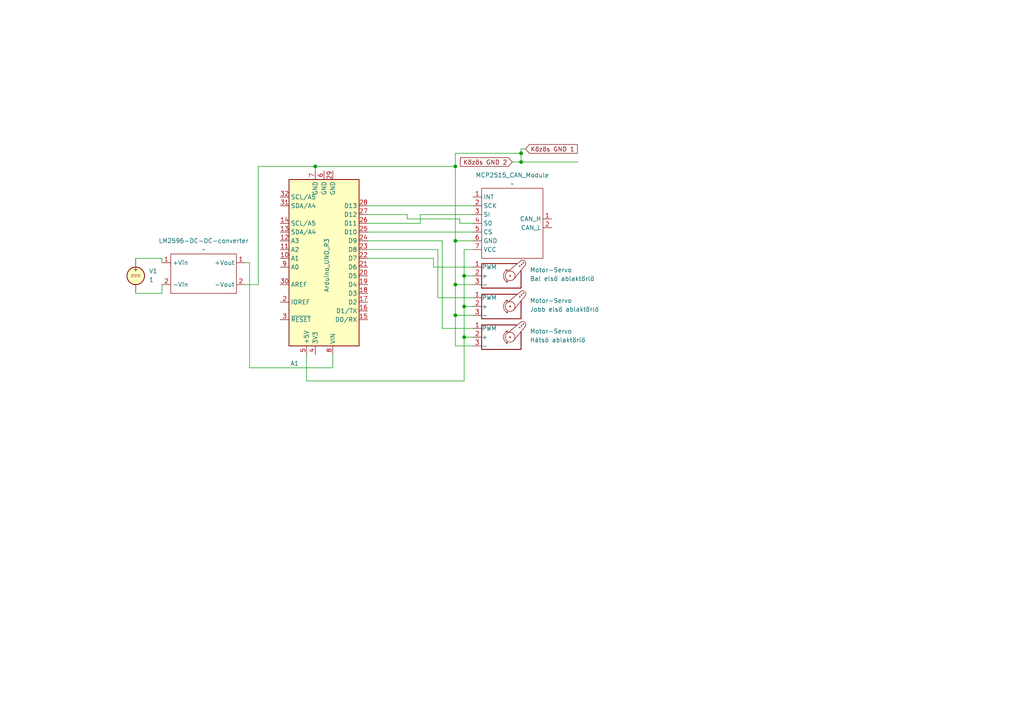
<source format=kicad_sch>
(kicad_sch
	(version 20231120)
	(generator "eeschema")
	(generator_version "8.0")
	(uuid "0e0e5851-47db-4528-9437-3099f1d6db39")
	(paper "A4")
	(lib_symbols
		(symbol "MCU_Module:Arduino_UNO_R3"
			(exclude_from_sim no)
			(in_bom yes)
			(on_board yes)
			(property "Reference" "A"
				(at -10.16 23.495 0)
				(effects
					(font
						(size 1.27 1.27)
					)
					(justify left bottom)
				)
			)
			(property "Value" "Arduino_UNO_R3"
				(at 5.08 -26.67 0)
				(effects
					(font
						(size 1.27 1.27)
					)
					(justify left top)
				)
			)
			(property "Footprint" "Module:Arduino_UNO_R3"
				(at 0 0 0)
				(effects
					(font
						(size 1.27 1.27)
						(italic yes)
					)
					(hide yes)
				)
			)
			(property "Datasheet" "https://www.arduino.cc/en/Main/arduinoBoardUno"
				(at 0 0 0)
				(effects
					(font
						(size 1.27 1.27)
					)
					(hide yes)
				)
			)
			(property "Description" "Arduino UNO Microcontroller Module, release 3"
				(at 0 0 0)
				(effects
					(font
						(size 1.27 1.27)
					)
					(hide yes)
				)
			)
			(property "ki_keywords" "Arduino UNO R3 Microcontroller Module Atmel AVR USB"
				(at 0 0 0)
				(effects
					(font
						(size 1.27 1.27)
					)
					(hide yes)
				)
			)
			(property "ki_fp_filters" "Arduino*UNO*R3*"
				(at 0 0 0)
				(effects
					(font
						(size 1.27 1.27)
					)
					(hide yes)
				)
			)
			(symbol "Arduino_UNO_R3_0_1"
				(rectangle
					(start -10.16 22.86)
					(end 10.16 -25.4)
					(stroke
						(width 0.254)
						(type default)
					)
					(fill
						(type background)
					)
				)
			)
			(symbol "Arduino_UNO_R3_1_1"
				(pin no_connect line
					(at -10.16 -20.32 0)
					(length 2.54) hide
					(name "NC"
						(effects
							(font
								(size 1.27 1.27)
							)
						)
					)
					(number "1"
						(effects
							(font
								(size 1.27 1.27)
							)
						)
					)
				)
				(pin bidirectional line
					(at 12.7 -2.54 180)
					(length 2.54)
					(name "A1"
						(effects
							(font
								(size 1.27 1.27)
							)
						)
					)
					(number "10"
						(effects
							(font
								(size 1.27 1.27)
							)
						)
					)
				)
				(pin bidirectional line
					(at 12.7 -5.08 180)
					(length 2.54)
					(name "A2"
						(effects
							(font
								(size 1.27 1.27)
							)
						)
					)
					(number "11"
						(effects
							(font
								(size 1.27 1.27)
							)
						)
					)
				)
				(pin bidirectional line
					(at 12.7 -7.62 180)
					(length 2.54)
					(name "A3"
						(effects
							(font
								(size 1.27 1.27)
							)
						)
					)
					(number "12"
						(effects
							(font
								(size 1.27 1.27)
							)
						)
					)
				)
				(pin bidirectional line
					(at 12.7 -10.16 180)
					(length 2.54)
					(name "SDA/A4"
						(effects
							(font
								(size 1.27 1.27)
							)
						)
					)
					(number "13"
						(effects
							(font
								(size 1.27 1.27)
							)
						)
					)
				)
				(pin bidirectional line
					(at 12.7 -12.7 180)
					(length 2.54)
					(name "SCL/A5"
						(effects
							(font
								(size 1.27 1.27)
							)
						)
					)
					(number "14"
						(effects
							(font
								(size 1.27 1.27)
							)
						)
					)
				)
				(pin bidirectional line
					(at -12.7 15.24 0)
					(length 2.54)
					(name "D0/RX"
						(effects
							(font
								(size 1.27 1.27)
							)
						)
					)
					(number "15"
						(effects
							(font
								(size 1.27 1.27)
							)
						)
					)
				)
				(pin bidirectional line
					(at -12.7 12.7 0)
					(length 2.54)
					(name "D1/TX"
						(effects
							(font
								(size 1.27 1.27)
							)
						)
					)
					(number "16"
						(effects
							(font
								(size 1.27 1.27)
							)
						)
					)
				)
				(pin bidirectional line
					(at -12.7 10.16 0)
					(length 2.54)
					(name "D2"
						(effects
							(font
								(size 1.27 1.27)
							)
						)
					)
					(number "17"
						(effects
							(font
								(size 1.27 1.27)
							)
						)
					)
				)
				(pin bidirectional line
					(at -12.7 7.62 0)
					(length 2.54)
					(name "D3"
						(effects
							(font
								(size 1.27 1.27)
							)
						)
					)
					(number "18"
						(effects
							(font
								(size 1.27 1.27)
							)
						)
					)
				)
				(pin bidirectional line
					(at -12.7 5.08 0)
					(length 2.54)
					(name "D4"
						(effects
							(font
								(size 1.27 1.27)
							)
						)
					)
					(number "19"
						(effects
							(font
								(size 1.27 1.27)
							)
						)
					)
				)
				(pin output line
					(at 12.7 10.16 180)
					(length 2.54)
					(name "IOREF"
						(effects
							(font
								(size 1.27 1.27)
							)
						)
					)
					(number "2"
						(effects
							(font
								(size 1.27 1.27)
							)
						)
					)
				)
				(pin bidirectional line
					(at -12.7 2.54 0)
					(length 2.54)
					(name "D5"
						(effects
							(font
								(size 1.27 1.27)
							)
						)
					)
					(number "20"
						(effects
							(font
								(size 1.27 1.27)
							)
						)
					)
				)
				(pin bidirectional line
					(at -12.7 0 0)
					(length 2.54)
					(name "D6"
						(effects
							(font
								(size 1.27 1.27)
							)
						)
					)
					(number "21"
						(effects
							(font
								(size 1.27 1.27)
							)
						)
					)
				)
				(pin bidirectional line
					(at -12.7 -2.54 0)
					(length 2.54)
					(name "D7"
						(effects
							(font
								(size 1.27 1.27)
							)
						)
					)
					(number "22"
						(effects
							(font
								(size 1.27 1.27)
							)
						)
					)
				)
				(pin bidirectional line
					(at -12.7 -5.08 0)
					(length 2.54)
					(name "D8"
						(effects
							(font
								(size 1.27 1.27)
							)
						)
					)
					(number "23"
						(effects
							(font
								(size 1.27 1.27)
							)
						)
					)
				)
				(pin bidirectional line
					(at -12.7 -7.62 0)
					(length 2.54)
					(name "D9"
						(effects
							(font
								(size 1.27 1.27)
							)
						)
					)
					(number "24"
						(effects
							(font
								(size 1.27 1.27)
							)
						)
					)
				)
				(pin bidirectional line
					(at -12.7 -10.16 0)
					(length 2.54)
					(name "D10"
						(effects
							(font
								(size 1.27 1.27)
							)
						)
					)
					(number "25"
						(effects
							(font
								(size 1.27 1.27)
							)
						)
					)
				)
				(pin bidirectional line
					(at -12.7 -12.7 0)
					(length 2.54)
					(name "D11"
						(effects
							(font
								(size 1.27 1.27)
							)
						)
					)
					(number "26"
						(effects
							(font
								(size 1.27 1.27)
							)
						)
					)
				)
				(pin bidirectional line
					(at -12.7 -15.24 0)
					(length 2.54)
					(name "D12"
						(effects
							(font
								(size 1.27 1.27)
							)
						)
					)
					(number "27"
						(effects
							(font
								(size 1.27 1.27)
							)
						)
					)
				)
				(pin bidirectional line
					(at -12.7 -17.78 0)
					(length 2.54)
					(name "D13"
						(effects
							(font
								(size 1.27 1.27)
							)
						)
					)
					(number "28"
						(effects
							(font
								(size 1.27 1.27)
							)
						)
					)
				)
				(pin power_in line
					(at -2.54 -27.94 90)
					(length 2.54)
					(name "GND"
						(effects
							(font
								(size 1.27 1.27)
							)
						)
					)
					(number "29"
						(effects
							(font
								(size 1.27 1.27)
							)
						)
					)
				)
				(pin input line
					(at 12.7 15.24 180)
					(length 2.54)
					(name "~{RESET}"
						(effects
							(font
								(size 1.27 1.27)
							)
						)
					)
					(number "3"
						(effects
							(font
								(size 1.27 1.27)
							)
						)
					)
				)
				(pin input line
					(at 12.7 5.08 180)
					(length 2.54)
					(name "AREF"
						(effects
							(font
								(size 1.27 1.27)
							)
						)
					)
					(number "30"
						(effects
							(font
								(size 1.27 1.27)
							)
						)
					)
				)
				(pin bidirectional line
					(at 12.7 -17.78 180)
					(length 2.54)
					(name "SDA/A4"
						(effects
							(font
								(size 1.27 1.27)
							)
						)
					)
					(number "31"
						(effects
							(font
								(size 1.27 1.27)
							)
						)
					)
				)
				(pin bidirectional line
					(at 12.7 -20.32 180)
					(length 2.54)
					(name "SCL/A5"
						(effects
							(font
								(size 1.27 1.27)
							)
						)
					)
					(number "32"
						(effects
							(font
								(size 1.27 1.27)
							)
						)
					)
				)
				(pin power_out line
					(at 2.54 25.4 270)
					(length 2.54)
					(name "3V3"
						(effects
							(font
								(size 1.27 1.27)
							)
						)
					)
					(number "4"
						(effects
							(font
								(size 1.27 1.27)
							)
						)
					)
				)
				(pin power_out line
					(at 5.08 25.4 270)
					(length 2.54)
					(name "+5V"
						(effects
							(font
								(size 1.27 1.27)
							)
						)
					)
					(number "5"
						(effects
							(font
								(size 1.27 1.27)
							)
						)
					)
				)
				(pin power_in line
					(at 0 -27.94 90)
					(length 2.54)
					(name "GND"
						(effects
							(font
								(size 1.27 1.27)
							)
						)
					)
					(number "6"
						(effects
							(font
								(size 1.27 1.27)
							)
						)
					)
				)
				(pin power_in line
					(at 2.54 -27.94 90)
					(length 2.54)
					(name "GND"
						(effects
							(font
								(size 1.27 1.27)
							)
						)
					)
					(number "7"
						(effects
							(font
								(size 1.27 1.27)
							)
						)
					)
				)
				(pin power_in line
					(at -2.54 25.4 270)
					(length 2.54)
					(name "VIN"
						(effects
							(font
								(size 1.27 1.27)
							)
						)
					)
					(number "8"
						(effects
							(font
								(size 1.27 1.27)
							)
						)
					)
				)
				(pin bidirectional line
					(at 12.7 0 180)
					(length 2.54)
					(name "A0"
						(effects
							(font
								(size 1.27 1.27)
							)
						)
					)
					(number "9"
						(effects
							(font
								(size 1.27 1.27)
							)
						)
					)
				)
			)
		)
		(symbol "Motor:Motor_Servo"
			(pin_names
				(offset 0.0254)
			)
			(exclude_from_sim no)
			(in_bom yes)
			(on_board yes)
			(property "Reference" "M"
				(at -5.08 4.445 0)
				(effects
					(font
						(size 1.27 1.27)
					)
					(justify left)
				)
			)
			(property "Value" "Motor_Servo"
				(at -5.08 -4.064 0)
				(effects
					(font
						(size 1.27 1.27)
					)
					(justify left top)
				)
			)
			(property "Footprint" ""
				(at 0 -4.826 0)
				(effects
					(font
						(size 1.27 1.27)
					)
					(hide yes)
				)
			)
			(property "Datasheet" "http://forums.parallax.com/uploads/attachments/46831/74481.png"
				(at 0 -4.826 0)
				(effects
					(font
						(size 1.27 1.27)
					)
					(hide yes)
				)
			)
			(property "Description" "Servo Motor (Futaba, HiTec, JR connector)"
				(at 0 0 0)
				(effects
					(font
						(size 1.27 1.27)
					)
					(hide yes)
				)
			)
			(property "ki_keywords" "Servo Motor"
				(at 0 0 0)
				(effects
					(font
						(size 1.27 1.27)
					)
					(hide yes)
				)
			)
			(property "ki_fp_filters" "PinHeader*P2.54mm*"
				(at 0 0 0)
				(effects
					(font
						(size 1.27 1.27)
					)
					(hide yes)
				)
			)
			(symbol "Motor_Servo_0_1"
				(polyline
					(pts
						(xy 2.413 -1.778) (xy 2.032 -1.778)
					)
					(stroke
						(width 0)
						(type default)
					)
					(fill
						(type none)
					)
				)
				(polyline
					(pts
						(xy 2.413 -1.778) (xy 2.286 -1.397)
					)
					(stroke
						(width 0)
						(type default)
					)
					(fill
						(type none)
					)
				)
				(polyline
					(pts
						(xy 2.413 1.778) (xy 1.905 1.778)
					)
					(stroke
						(width 0)
						(type default)
					)
					(fill
						(type none)
					)
				)
				(polyline
					(pts
						(xy 2.413 1.778) (xy 2.286 1.397)
					)
					(stroke
						(width 0)
						(type default)
					)
					(fill
						(type none)
					)
				)
				(polyline
					(pts
						(xy 6.35 4.445) (xy 2.54 1.27)
					)
					(stroke
						(width 0)
						(type default)
					)
					(fill
						(type none)
					)
				)
				(polyline
					(pts
						(xy 7.62 3.175) (xy 4.191 -1.016)
					)
					(stroke
						(width 0)
						(type default)
					)
					(fill
						(type none)
					)
				)
				(polyline
					(pts
						(xy 5.08 3.556) (xy -5.08 3.556) (xy -5.08 -3.556) (xy 6.35 -3.556) (xy 6.35 1.524)
					)
					(stroke
						(width 0.254)
						(type default)
					)
					(fill
						(type none)
					)
				)
				(arc
					(start 2.413 1.778)
					(mid 1.2406 0)
					(end 2.413 -1.778)
					(stroke
						(width 0)
						(type default)
					)
					(fill
						(type none)
					)
				)
				(circle
					(center 3.175 0)
					(radius 0.1778)
					(stroke
						(width 0)
						(type default)
					)
					(fill
						(type none)
					)
				)
				(circle
					(center 3.175 0)
					(radius 1.4224)
					(stroke
						(width 0)
						(type default)
					)
					(fill
						(type none)
					)
				)
				(circle
					(center 5.969 2.794)
					(radius 0.127)
					(stroke
						(width 0)
						(type default)
					)
					(fill
						(type none)
					)
				)
				(circle
					(center 6.477 3.302)
					(radius 0.127)
					(stroke
						(width 0)
						(type default)
					)
					(fill
						(type none)
					)
				)
				(circle
					(center 6.985 3.81)
					(radius 0.127)
					(stroke
						(width 0)
						(type default)
					)
					(fill
						(type none)
					)
				)
				(arc
					(start 7.62 3.175)
					(mid 7.4485 4.2735)
					(end 6.35 4.445)
					(stroke
						(width 0)
						(type default)
					)
					(fill
						(type none)
					)
				)
			)
			(symbol "Motor_Servo_1_1"
				(pin passive line
					(at -7.62 2.54 0)
					(length 2.54)
					(name "PWM"
						(effects
							(font
								(size 1.27 1.27)
							)
						)
					)
					(number "1"
						(effects
							(font
								(size 1.27 1.27)
							)
						)
					)
				)
				(pin passive line
					(at -7.62 0 0)
					(length 2.54)
					(name "+"
						(effects
							(font
								(size 1.27 1.27)
							)
						)
					)
					(number "2"
						(effects
							(font
								(size 1.27 1.27)
							)
						)
					)
				)
				(pin passive line
					(at -7.62 -2.54 0)
					(length 2.54)
					(name "-"
						(effects
							(font
								(size 1.27 1.27)
							)
						)
					)
					(number "3"
						(effects
							(font
								(size 1.27 1.27)
							)
						)
					)
				)
			)
		)
		(symbol "Simulation_SPICE:VDC"
			(pin_numbers hide)
			(pin_names
				(offset 0.0254)
			)
			(exclude_from_sim no)
			(in_bom yes)
			(on_board yes)
			(property "Reference" "V"
				(at 2.54 2.54 0)
				(effects
					(font
						(size 1.27 1.27)
					)
					(justify left)
				)
			)
			(property "Value" "1"
				(at 2.54 0 0)
				(effects
					(font
						(size 1.27 1.27)
					)
					(justify left)
				)
			)
			(property "Footprint" ""
				(at 0 0 0)
				(effects
					(font
						(size 1.27 1.27)
					)
					(hide yes)
				)
			)
			(property "Datasheet" "https://ngspice.sourceforge.io/docs/ngspice-html-manual/manual.xhtml#sec_Independent_Sources_for"
				(at 0 0 0)
				(effects
					(font
						(size 1.27 1.27)
					)
					(hide yes)
				)
			)
			(property "Description" "Voltage source, DC"
				(at 0 0 0)
				(effects
					(font
						(size 1.27 1.27)
					)
					(hide yes)
				)
			)
			(property "Sim.Pins" "1=+ 2=-"
				(at 0 0 0)
				(effects
					(font
						(size 1.27 1.27)
					)
					(hide yes)
				)
			)
			(property "Sim.Type" "DC"
				(at 0 0 0)
				(effects
					(font
						(size 1.27 1.27)
					)
					(hide yes)
				)
			)
			(property "Sim.Device" "V"
				(at 0 0 0)
				(effects
					(font
						(size 1.27 1.27)
					)
					(justify left)
					(hide yes)
				)
			)
			(property "ki_keywords" "simulation"
				(at 0 0 0)
				(effects
					(font
						(size 1.27 1.27)
					)
					(hide yes)
				)
			)
			(symbol "VDC_0_0"
				(polyline
					(pts
						(xy -1.27 0.254) (xy 1.27 0.254)
					)
					(stroke
						(width 0)
						(type default)
					)
					(fill
						(type none)
					)
				)
				(polyline
					(pts
						(xy -0.762 -0.254) (xy -1.27 -0.254)
					)
					(stroke
						(width 0)
						(type default)
					)
					(fill
						(type none)
					)
				)
				(polyline
					(pts
						(xy 0.254 -0.254) (xy -0.254 -0.254)
					)
					(stroke
						(width 0)
						(type default)
					)
					(fill
						(type none)
					)
				)
				(polyline
					(pts
						(xy 1.27 -0.254) (xy 0.762 -0.254)
					)
					(stroke
						(width 0)
						(type default)
					)
					(fill
						(type none)
					)
				)
				(text "+"
					(at 0 1.905 0)
					(effects
						(font
							(size 1.27 1.27)
						)
					)
				)
			)
			(symbol "VDC_0_1"
				(circle
					(center 0 0)
					(radius 2.54)
					(stroke
						(width 0.254)
						(type default)
					)
					(fill
						(type background)
					)
				)
			)
			(symbol "VDC_1_1"
				(pin passive line
					(at 0 5.08 270)
					(length 2.54)
					(name "~"
						(effects
							(font
								(size 1.27 1.27)
							)
						)
					)
					(number "1"
						(effects
							(font
								(size 1.27 1.27)
							)
						)
					)
				)
				(pin passive line
					(at 0 -5.08 90)
					(length 2.54)
					(name "~"
						(effects
							(font
								(size 1.27 1.27)
							)
						)
					)
					(number "2"
						(effects
							(font
								(size 1.27 1.27)
							)
						)
					)
				)
			)
		)
		(symbol "mcp2515CANController:LM2596S"
			(exclude_from_sim no)
			(in_bom yes)
			(on_board yes)
			(property "Reference" "U"
				(at 0 0 0)
				(effects
					(font
						(size 1.27 1.27)
					)
				)
			)
			(property "Value" ""
				(at 0 0 0)
				(effects
					(font
						(size 1.27 1.27)
					)
				)
			)
			(property "Footprint" ""
				(at 0 0 0)
				(effects
					(font
						(size 1.27 1.27)
					)
					(hide yes)
				)
			)
			(property "Datasheet" ""
				(at 0 0 0)
				(effects
					(font
						(size 1.27 1.27)
					)
					(hide yes)
				)
			)
			(property "Description" ""
				(at 0 0 0)
				(effects
					(font
						(size 1.27 1.27)
					)
					(hide yes)
				)
			)
			(symbol "LM2596S_0_1"
				(rectangle
					(start 0 0)
					(end 19.05 -11.43)
					(stroke
						(width 0)
						(type default)
					)
					(fill
						(type none)
					)
				)
			)
			(symbol "LM2596S_1_1"
				(pin power_in line
					(at -2.54 -2.54 0)
					(length 2.54)
					(name "+Vin"
						(effects
							(font
								(size 1.27 1.27)
							)
						)
					)
					(number "1"
						(effects
							(font
								(size 1.27 1.27)
							)
						)
					)
				)
				(pin power_out line
					(at 21.59 -2.54 180)
					(length 2.54)
					(name "+Vout"
						(effects
							(font
								(size 1.27 1.27)
							)
						)
					)
					(number "1"
						(effects
							(font
								(size 1.27 1.27)
							)
						)
					)
				)
				(pin input line
					(at -2.54 -8.89 0)
					(length 2.54)
					(name "-Vin"
						(effects
							(font
								(size 1.27 1.27)
							)
						)
					)
					(number "2"
						(effects
							(font
								(size 1.27 1.27)
							)
						)
					)
				)
				(pin output line
					(at 21.59 -8.89 180)
					(length 2.54)
					(name "-Vout"
						(effects
							(font
								(size 1.27 1.27)
							)
						)
					)
					(number "2"
						(effects
							(font
								(size 1.27 1.27)
							)
						)
					)
				)
			)
		)
		(symbol "mcp2515CANController:MCP2515_CAN_Controller_Module"
			(exclude_from_sim no)
			(in_bom yes)
			(on_board yes)
			(property "Reference" "U"
				(at 0 0 0)
				(effects
					(font
						(size 1.27 1.27)
					)
				)
			)
			(property "Value" ""
				(at 0 0 0)
				(effects
					(font
						(size 1.27 1.27)
					)
				)
			)
			(property "Footprint" ""
				(at 0 0 0)
				(effects
					(font
						(size 1.27 1.27)
					)
					(hide yes)
				)
			)
			(property "Datasheet" ""
				(at 0 0 0)
				(effects
					(font
						(size 1.27 1.27)
					)
					(hide yes)
				)
			)
			(property "Description" ""
				(at 0 0 0)
				(effects
					(font
						(size 1.27 1.27)
					)
					(hide yes)
				)
			)
			(symbol "MCP2515_CAN_Controller_Module_0_1"
				(rectangle
					(start 0 -3.81)
					(end 17.78 -24.13)
					(stroke
						(width 0)
						(type default)
					)
					(fill
						(type none)
					)
				)
			)
			(symbol "MCP2515_CAN_Controller_Module_1_1"
				(pin bidirectional line
					(at 20.32 -12.7 180)
					(length 2.54)
					(name "CAN_H"
						(effects
							(font
								(size 1.27 1.27)
							)
						)
					)
					(number "1"
						(effects
							(font
								(size 1.27 1.27)
							)
						)
					)
				)
				(pin output line
					(at -2.54 -6.35 0)
					(length 2.54)
					(name "INT"
						(effects
							(font
								(size 1.27 1.27)
							)
						)
					)
					(number "1"
						(effects
							(font
								(size 1.27 1.27)
							)
						)
					)
				)
				(pin bidirectional line
					(at 20.32 -15.24 180)
					(length 2.54)
					(name "CAN_L"
						(effects
							(font
								(size 1.27 1.27)
							)
						)
					)
					(number "2"
						(effects
							(font
								(size 1.27 1.27)
							)
						)
					)
				)
				(pin input line
					(at -2.54 -8.89 0)
					(length 2.54)
					(name "SCK"
						(effects
							(font
								(size 1.27 1.27)
							)
						)
					)
					(number "2"
						(effects
							(font
								(size 1.27 1.27)
							)
						)
					)
				)
				(pin input line
					(at -2.54 -11.43 0)
					(length 2.54)
					(name "SI"
						(effects
							(font
								(size 1.27 1.27)
							)
						)
					)
					(number "3"
						(effects
							(font
								(size 1.27 1.27)
							)
						)
					)
				)
				(pin output line
					(at -2.54 -13.97 0)
					(length 2.54)
					(name "S0"
						(effects
							(font
								(size 1.27 1.27)
							)
						)
					)
					(number "4"
						(effects
							(font
								(size 1.27 1.27)
							)
						)
					)
				)
				(pin input line
					(at -2.54 -16.51 0)
					(length 2.54)
					(name "CS"
						(effects
							(font
								(size 1.27 1.27)
							)
						)
					)
					(number "5"
						(effects
							(font
								(size 1.27 1.27)
							)
						)
					)
				)
				(pin input line
					(at -2.54 -19.05 0)
					(length 2.54)
					(name "GND"
						(effects
							(font
								(size 1.27 1.27)
							)
						)
					)
					(number "6"
						(effects
							(font
								(size 1.27 1.27)
							)
						)
					)
				)
				(pin power_in line
					(at -2.54 -21.59 0)
					(length 2.54)
					(name "VCC"
						(effects
							(font
								(size 1.27 1.27)
							)
						)
					)
					(number "7"
						(effects
							(font
								(size 1.27 1.27)
							)
						)
					)
				)
			)
		)
	)
	(junction
		(at 151.13 46.99)
		(diameter 0)
		(color 0 0 0 0)
		(uuid "172e9e4f-1388-4810-adc9-72f658f975bb")
	)
	(junction
		(at 134.62 80.01)
		(diameter 0)
		(color 0 0 0 0)
		(uuid "290ac4b9-4e86-4403-83d4-fdf5af080410")
	)
	(junction
		(at 91.44 48.26)
		(diameter 0)
		(color 0 0 0 0)
		(uuid "58dd6a52-dc41-4407-85f1-d0b5912ba6a9")
	)
	(junction
		(at 132.08 91.44)
		(diameter 0)
		(color 0 0 0 0)
		(uuid "599d91eb-ca75-4b7e-a35a-0c06bf479b95")
	)
	(junction
		(at 132.08 69.85)
		(diameter 0)
		(color 0 0 0 0)
		(uuid "85cfd3d7-1269-4bbd-9821-0cf6b78569e8")
	)
	(junction
		(at 132.08 48.26)
		(diameter 0)
		(color 0 0 0 0)
		(uuid "ad4990c2-db7e-4e75-aaf5-626c7a02478d")
	)
	(junction
		(at 134.62 97.79)
		(diameter 0)
		(color 0 0 0 0)
		(uuid "c3430772-6658-4046-8389-36c5396d68fd")
	)
	(junction
		(at 132.08 82.55)
		(diameter 0)
		(color 0 0 0 0)
		(uuid "d66f75e8-427b-45fd-a08e-63f1001cdf10")
	)
	(junction
		(at 134.62 88.9)
		(diameter 0)
		(color 0 0 0 0)
		(uuid "d89e0fca-5d10-4913-a96c-467f7acafe87")
	)
	(junction
		(at 151.13 44.45)
		(diameter 0)
		(color 0 0 0 0)
		(uuid "f8f25b43-bc8c-4667-87e8-276097b62928")
	)
	(wire
		(pts
			(xy 106.68 62.23) (xy 118.11 62.23)
		)
		(stroke
			(width 0)
			(type default)
		)
		(uuid "00d9941f-e3d4-4a9f-8f78-00e2d39f07b0")
	)
	(wire
		(pts
			(xy 133.35 64.77) (xy 137.16 64.77)
		)
		(stroke
			(width 0)
			(type default)
		)
		(uuid "0efb0a76-2464-4afa-b5b4-26506be36ebd")
	)
	(wire
		(pts
			(xy 151.13 43.18) (xy 151.13 44.45)
		)
		(stroke
			(width 0)
			(type default)
		)
		(uuid "114496b0-498e-412d-a3d2-6151d3ae9906")
	)
	(wire
		(pts
			(xy 132.08 44.45) (xy 151.13 44.45)
		)
		(stroke
			(width 0)
			(type default)
		)
		(uuid "21add74a-37b1-4b34-b485-d8f0bae9915f")
	)
	(wire
		(pts
			(xy 151.13 46.99) (xy 167.64 46.99)
		)
		(stroke
			(width 0)
			(type default)
		)
		(uuid "263744a9-45bb-47c0-bf70-9fd482446546")
	)
	(wire
		(pts
			(xy 118.11 62.23) (xy 118.11 63.5)
		)
		(stroke
			(width 0)
			(type default)
		)
		(uuid "26a98878-8cd9-40da-a52f-9fe17e141d66")
	)
	(wire
		(pts
			(xy 133.35 64.77) (xy 133.35 63.5)
		)
		(stroke
			(width 0)
			(type default)
		)
		(uuid "2709b15a-e2e3-4cfc-aa51-499c5efca046")
	)
	(wire
		(pts
			(xy 74.93 82.55) (xy 74.93 48.26)
		)
		(stroke
			(width 0)
			(type default)
		)
		(uuid "27568f87-d9ab-46c6-8f5a-32d96564168d")
	)
	(wire
		(pts
			(xy 72.39 76.2) (xy 72.39 106.68)
		)
		(stroke
			(width 0)
			(type default)
		)
		(uuid "29a3b705-0d2a-45b6-8b35-b3dbf76f6fd2")
	)
	(wire
		(pts
			(xy 125.73 77.47) (xy 125.73 74.93)
		)
		(stroke
			(width 0)
			(type default)
		)
		(uuid "2e942f23-651d-447e-bf12-8ebf101335fd")
	)
	(wire
		(pts
			(xy 121.92 64.77) (xy 106.68 64.77)
		)
		(stroke
			(width 0)
			(type default)
		)
		(uuid "3ee7c264-3516-4a52-81c7-23c60350219f")
	)
	(wire
		(pts
			(xy 134.62 97.79) (xy 134.62 88.9)
		)
		(stroke
			(width 0)
			(type default)
		)
		(uuid "4467139d-d644-42a1-a1b2-a83b584d3e4c")
	)
	(wire
		(pts
			(xy 128.27 69.85) (xy 106.68 69.85)
		)
		(stroke
			(width 0)
			(type default)
		)
		(uuid "44d58bd6-ea3a-4535-840f-e653104c85e6")
	)
	(wire
		(pts
			(xy 137.16 77.47) (xy 125.73 77.47)
		)
		(stroke
			(width 0)
			(type default)
		)
		(uuid "473ff266-d025-475b-8e2f-a13f41134b52")
	)
	(wire
		(pts
			(xy 88.9 102.87) (xy 88.9 110.49)
		)
		(stroke
			(width 0)
			(type default)
		)
		(uuid "47e2386f-a313-45c3-9fea-643857c23865")
	)
	(wire
		(pts
			(xy 91.44 48.26) (xy 132.08 48.26)
		)
		(stroke
			(width 0)
			(type default)
		)
		(uuid "4ae4c871-041d-43e0-bad8-2cdc824b8b9c")
	)
	(wire
		(pts
			(xy 39.37 74.93) (xy 46.99 74.93)
		)
		(stroke
			(width 0)
			(type default)
		)
		(uuid "4c3780b7-e6b7-442d-a2db-818eff2a2306")
	)
	(wire
		(pts
			(xy 134.62 88.9) (xy 134.62 80.01)
		)
		(stroke
			(width 0)
			(type default)
		)
		(uuid "58efd3ac-c1dc-4460-a940-b61122919ffa")
	)
	(wire
		(pts
			(xy 132.08 91.44) (xy 137.16 91.44)
		)
		(stroke
			(width 0)
			(type default)
		)
		(uuid "5fe3e5d6-70a5-4922-a8a7-87b98ce9a08b")
	)
	(wire
		(pts
			(xy 134.62 88.9) (xy 137.16 88.9)
		)
		(stroke
			(width 0)
			(type default)
		)
		(uuid "637c38db-347c-48f6-b0af-41067e619f7f")
	)
	(wire
		(pts
			(xy 134.62 110.49) (xy 134.62 97.79)
		)
		(stroke
			(width 0)
			(type default)
		)
		(uuid "67a7d04b-1314-4405-92f2-6ee3861bd905")
	)
	(wire
		(pts
			(xy 134.62 97.79) (xy 137.16 97.79)
		)
		(stroke
			(width 0)
			(type default)
		)
		(uuid "6d2db9e8-c112-4482-ab30-90edcd32cf2a")
	)
	(wire
		(pts
			(xy 148.59 46.99) (xy 151.13 46.99)
		)
		(stroke
			(width 0)
			(type default)
		)
		(uuid "6e474880-5513-4446-b9ea-be899e6b5b01")
	)
	(wire
		(pts
			(xy 137.16 69.85) (xy 132.08 69.85)
		)
		(stroke
			(width 0)
			(type default)
		)
		(uuid "717d605b-19b6-4e37-bfa4-4e6ec818340c")
	)
	(wire
		(pts
			(xy 127 86.36) (xy 127 72.39)
		)
		(stroke
			(width 0)
			(type default)
		)
		(uuid "7a1c5ee4-8e08-498c-89cb-04f9205b667f")
	)
	(wire
		(pts
			(xy 132.08 82.55) (xy 137.16 82.55)
		)
		(stroke
			(width 0)
			(type default)
		)
		(uuid "7bd64af6-b63a-4087-ad03-ee80f33e2473")
	)
	(wire
		(pts
			(xy 151.13 43.18) (xy 152.4 43.18)
		)
		(stroke
			(width 0)
			(type default)
		)
		(uuid "7e7fbac1-66cd-4991-bf62-0c76e2618729")
	)
	(wire
		(pts
			(xy 39.37 85.09) (xy 46.99 85.09)
		)
		(stroke
			(width 0)
			(type default)
		)
		(uuid "826a7d77-d445-4f29-a6ea-faa4b999f9e7")
	)
	(wire
		(pts
			(xy 74.93 48.26) (xy 91.44 48.26)
		)
		(stroke
			(width 0)
			(type default)
		)
		(uuid "87ebc65d-0eb8-4223-98bc-11a1c4a35ee2")
	)
	(wire
		(pts
			(xy 134.62 80.01) (xy 137.16 80.01)
		)
		(stroke
			(width 0)
			(type default)
		)
		(uuid "8a27211f-eba5-4478-88b2-705655293269")
	)
	(wire
		(pts
			(xy 132.08 82.55) (xy 132.08 91.44)
		)
		(stroke
			(width 0)
			(type default)
		)
		(uuid "8bc0c838-ee79-45e7-96fb-554950d7f10e")
	)
	(wire
		(pts
			(xy 72.39 106.68) (xy 96.52 106.68)
		)
		(stroke
			(width 0)
			(type default)
		)
		(uuid "8df228e9-2c00-4d43-8d70-4267a29558b0")
	)
	(wire
		(pts
			(xy 71.12 82.55) (xy 74.93 82.55)
		)
		(stroke
			(width 0)
			(type default)
		)
		(uuid "940b3080-523d-43c7-b5b7-3238a9757997")
	)
	(wire
		(pts
			(xy 132.08 44.45) (xy 132.08 48.26)
		)
		(stroke
			(width 0)
			(type default)
		)
		(uuid "9f66890f-2ce0-455d-ae80-3028e83ca35d")
	)
	(wire
		(pts
			(xy 121.92 62.23) (xy 121.92 64.77)
		)
		(stroke
			(width 0)
			(type default)
		)
		(uuid "a3b4043d-3bab-4e31-a874-eb17b616448c")
	)
	(wire
		(pts
			(xy 151.13 46.99) (xy 151.13 44.45)
		)
		(stroke
			(width 0)
			(type default)
		)
		(uuid "a42a79db-823d-49c6-8c0a-af4f16127374")
	)
	(wire
		(pts
			(xy 137.16 86.36) (xy 127 86.36)
		)
		(stroke
			(width 0)
			(type default)
		)
		(uuid "accd69e6-4981-48f4-807f-d3f83a9e8175")
	)
	(wire
		(pts
			(xy 106.68 74.93) (xy 125.73 74.93)
		)
		(stroke
			(width 0)
			(type default)
		)
		(uuid "ae553eb2-a661-4bc9-8ea9-42987f99d4df")
	)
	(wire
		(pts
			(xy 118.11 63.5) (xy 133.35 63.5)
		)
		(stroke
			(width 0)
			(type default)
		)
		(uuid "b49e172d-eaa4-4986-a654-e21f5e07d48b")
	)
	(wire
		(pts
			(xy 132.08 48.26) (xy 132.08 69.85)
		)
		(stroke
			(width 0)
			(type default)
		)
		(uuid "b734880a-8cdd-449e-a1b2-12f0cb2125ad")
	)
	(wire
		(pts
			(xy 88.9 110.49) (xy 134.62 110.49)
		)
		(stroke
			(width 0)
			(type default)
		)
		(uuid "c044dc4d-70b0-4ec0-b999-cdcc3be871bc")
	)
	(wire
		(pts
			(xy 127 72.39) (xy 106.68 72.39)
		)
		(stroke
			(width 0)
			(type default)
		)
		(uuid "c0704dba-969f-4d73-abf3-15ac79c960ee")
	)
	(wire
		(pts
			(xy 106.68 67.31) (xy 137.16 67.31)
		)
		(stroke
			(width 0)
			(type default)
		)
		(uuid "c6914cab-3304-425c-9bd5-cde742660667")
	)
	(wire
		(pts
			(xy 128.27 95.25) (xy 128.27 69.85)
		)
		(stroke
			(width 0)
			(type default)
		)
		(uuid "ccaf11a9-d7dc-4564-b7c9-9678da520546")
	)
	(wire
		(pts
			(xy 91.44 48.26) (xy 91.44 49.53)
		)
		(stroke
			(width 0)
			(type default)
		)
		(uuid "ce41d445-d206-4f49-8ae2-df954e081e2c")
	)
	(wire
		(pts
			(xy 137.16 100.33) (xy 132.08 100.33)
		)
		(stroke
			(width 0)
			(type default)
		)
		(uuid "d06074bc-ec32-4c66-90df-6e1e593abaf3")
	)
	(wire
		(pts
			(xy 134.62 72.39) (xy 137.16 72.39)
		)
		(stroke
			(width 0)
			(type default)
		)
		(uuid "d25c5705-f70d-418f-8d44-3c451bda3e49")
	)
	(wire
		(pts
			(xy 71.12 76.2) (xy 72.39 76.2)
		)
		(stroke
			(width 0)
			(type default)
		)
		(uuid "d4ab9440-a0be-4eea-8f79-7a5de43a5594")
	)
	(wire
		(pts
			(xy 137.16 62.23) (xy 121.92 62.23)
		)
		(stroke
			(width 0)
			(type default)
		)
		(uuid "d5268d54-bf22-4b5f-b119-e1a2315fae0c")
	)
	(wire
		(pts
			(xy 46.99 74.93) (xy 46.99 76.2)
		)
		(stroke
			(width 0)
			(type default)
		)
		(uuid "d6a5e5f0-27d1-411b-9097-6047746afeaa")
	)
	(wire
		(pts
			(xy 132.08 91.44) (xy 132.08 100.33)
		)
		(stroke
			(width 0)
			(type default)
		)
		(uuid "d9d50a0a-e4a8-4f2a-bc01-f93411f1e1a3")
	)
	(wire
		(pts
			(xy 96.52 106.68) (xy 96.52 102.87)
		)
		(stroke
			(width 0)
			(type default)
		)
		(uuid "e315896a-d4cb-407b-b224-890cb48aa8ba")
	)
	(wire
		(pts
			(xy 137.16 95.25) (xy 128.27 95.25)
		)
		(stroke
			(width 0)
			(type default)
		)
		(uuid "e8b6229a-6976-4788-9ece-f0053512b928")
	)
	(wire
		(pts
			(xy 134.62 80.01) (xy 134.62 72.39)
		)
		(stroke
			(width 0)
			(type default)
		)
		(uuid "f2de7df5-e0b7-470d-9421-23c4511d78a3")
	)
	(wire
		(pts
			(xy 132.08 69.85) (xy 132.08 82.55)
		)
		(stroke
			(width 0)
			(type default)
		)
		(uuid "f922694b-cdca-44bc-b989-fd67a7dccddf")
	)
	(wire
		(pts
			(xy 106.68 59.69) (xy 137.16 59.69)
		)
		(stroke
			(width 0)
			(type default)
		)
		(uuid "fd43b789-8ba6-4ce6-ae95-3429d9a731df")
	)
	(wire
		(pts
			(xy 46.99 85.09) (xy 46.99 82.55)
		)
		(stroke
			(width 0)
			(type default)
		)
		(uuid "fea65202-6fb7-44c4-b06b-ef6ea206f043")
	)
	(global_label "Közös GND 1"
		(shape input)
		(at 152.4 43.18 0)
		(fields_autoplaced yes)
		(effects
			(font
				(size 1.27 1.27)
			)
			(justify left)
		)
		(uuid "e2de094c-e29e-43f9-8878-06983e994376")
		(property "Intersheetrefs" "${INTERSHEET_REFS}"
			(at 168.0246 43.18 0)
			(effects
				(font
					(size 1.27 1.27)
				)
				(justify left)
				(hide yes)
			)
		)
	)
	(global_label "Közös GND 2"
		(shape input)
		(at 148.59 46.99 180)
		(fields_autoplaced yes)
		(effects
			(font
				(size 1.27 1.27)
			)
			(justify right)
		)
		(uuid "f56ab352-24ff-48a6-a17e-c571fdfcaa6e")
		(property "Intersheetrefs" "${INTERSHEET_REFS}"
			(at 132.9654 46.99 0)
			(effects
				(font
					(size 1.27 1.27)
				)
				(justify right)
				(hide yes)
			)
		)
	)
	(symbol
		(lib_id "Motor:Motor_Servo")
		(at 144.78 97.79 0)
		(unit 1)
		(exclude_from_sim no)
		(in_bom yes)
		(on_board yes)
		(dnp no)
		(fields_autoplaced yes)
		(uuid "19a8b782-ede5-41a0-bd05-74dce5535d0f")
		(property "Reference" "Motor-Servo"
			(at 153.67 96.0865 0)
			(effects
				(font
					(size 1.27 1.27)
				)
				(justify left)
			)
		)
		(property "Value" "Hátsó ablaktörlő"
			(at 153.67 98.6265 0)
			(effects
				(font
					(size 1.27 1.27)
				)
				(justify left)
			)
		)
		(property "Footprint" ""
			(at 144.78 102.616 0)
			(effects
				(font
					(size 1.27 1.27)
				)
				(hide yes)
			)
		)
		(property "Datasheet" "http://forums.parallax.com/uploads/attachments/46831/74481.png"
			(at 144.78 102.616 0)
			(effects
				(font
					(size 1.27 1.27)
				)
				(hide yes)
			)
		)
		(property "Description" "Servo Motor (Futaba, HiTec, JR connector)"
			(at 144.78 97.79 0)
			(effects
				(font
					(size 1.27 1.27)
				)
				(hide yes)
			)
		)
		(pin "3"
			(uuid "525f57f5-6b3d-483f-a66e-8a5404593646")
		)
		(pin "2"
			(uuid "583dbe17-926b-4941-9f54-1d216c9d4948")
		)
		(pin "1"
			(uuid "2f73ab84-c42f-476b-b354-87fc57ad3d73")
		)
		(instances
			(project "Ablaktörlő ECU"
				(path "/0e0e5851-47db-4528-9437-3099f1d6db39"
					(reference "Motor-Servo")
					(unit 1)
				)
			)
		)
	)
	(symbol
		(lib_id "Simulation_SPICE:VDC")
		(at 39.37 80.01 0)
		(unit 1)
		(exclude_from_sim no)
		(in_bom yes)
		(on_board yes)
		(dnp no)
		(fields_autoplaced yes)
		(uuid "34a3c9da-c281-4852-ae73-b5714a0c92cf")
		(property "Reference" "V1"
			(at 43.18 78.6101 0)
			(effects
				(font
					(size 1.27 1.27)
				)
				(justify left)
			)
		)
		(property "Value" "1"
			(at 43.18 81.1501 0)
			(effects
				(font
					(size 1.27 1.27)
				)
				(justify left)
			)
		)
		(property "Footprint" ""
			(at 39.37 80.01 0)
			(effects
				(font
					(size 1.27 1.27)
				)
				(hide yes)
			)
		)
		(property "Datasheet" "https://ngspice.sourceforge.io/docs/ngspice-html-manual/manual.xhtml#sec_Independent_Sources_for"
			(at 39.37 80.01 0)
			(effects
				(font
					(size 1.27 1.27)
				)
				(hide yes)
			)
		)
		(property "Description" "Voltage source, DC"
			(at 39.37 80.01 0)
			(effects
				(font
					(size 1.27 1.27)
				)
				(hide yes)
			)
		)
		(property "Sim.Pins" "1=+ 2=-"
			(at 39.37 80.01 0)
			(effects
				(font
					(size 1.27 1.27)
				)
				(hide yes)
			)
		)
		(property "Sim.Type" "DC"
			(at 39.37 80.01 0)
			(effects
				(font
					(size 1.27 1.27)
				)
				(hide yes)
			)
		)
		(property "Sim.Device" "V"
			(at 39.37 80.01 0)
			(effects
				(font
					(size 1.27 1.27)
				)
				(justify left)
				(hide yes)
			)
		)
		(pin "2"
			(uuid "b1ca0c82-40ae-40be-8806-48d502873d25")
		)
		(pin "1"
			(uuid "99d349e5-ded6-4485-aa20-076df26b36d2")
		)
		(instances
			(project ""
				(path "/72a13df0-5607-400f-a823-b760a784fa82"
					(reference "V1")
					(unit 1)
				)
			)
		)
	)
	(symbol
		(lib_id "mcp2515CANController:LM2596S")
		(at 49.53 73.66 0)
		(unit 1)
		(exclude_from_sim no)
		(in_bom yes)
		(on_board yes)
		(dnp no)
		(fields_autoplaced yes)
		(uuid "7b63a75d-063d-4f05-8d5c-c3cfd3326fcb")
		(property "Reference" "LM2596-DC-DC-converter"
			(at 59.055 69.85 0)
			(effects
				(font
					(size 1.27 1.27)
				)
			)
		)
		(property "Value" "~"
			(at 59.055 72.39 0)
			(effects
				(font
					(size 1.27 1.27)
				)
			)
		)
		(property "Footprint" ""
			(at 49.53 73.66 0)
			(effects
				(font
					(size 1.27 1.27)
				)
				(hide yes)
			)
		)
		(property "Datasheet" ""
			(at 49.53 73.66 0)
			(effects
				(font
					(size 1.27 1.27)
				)
				(hide yes)
			)
		)
		(property "Description" ""
			(at 49.53 73.66 0)
			(effects
				(font
					(size 1.27 1.27)
				)
				(hide yes)
			)
		)
		(pin "1"
			(uuid "925d9349-0fa2-461f-a1e3-cac2a436bf67")
		)
		(pin "2"
			(uuid "2db3da42-046f-4fef-a1a3-f371783953ac")
		)
		(pin "1"
			(uuid "1e4f0224-d978-48ec-bc7b-eab70cf88ec2")
		)
		(pin "2"
			(uuid "9241727a-312b-4317-9c86-a86130e8138f")
		)
		(instances
			(project ""
				(path "/0e0e5851-47db-4528-9437-3099f1d6db39"
					(reference "LM2596-DC-DC-converter")
					(unit 1)
				)
			)
			(project ""
				(path "/72a13df0-5607-400f-a823-b760a784fa82"
					(reference "U3")
					(unit 1)
				)
			)
		)
	)
	(symbol
		(lib_id "mcp2515CANController:MCP2515_CAN_Controller_Module")
		(at 139.7 50.8 0)
		(unit 1)
		(exclude_from_sim no)
		(in_bom yes)
		(on_board yes)
		(dnp no)
		(fields_autoplaced yes)
		(uuid "9eec39bc-523c-4fe7-8773-ecea909ca97d")
		(property "Reference" "MCP2515_CAN_Module"
			(at 148.59 50.8 0)
			(effects
				(font
					(size 1.27 1.27)
				)
			)
		)
		(property "Value" "~"
			(at 148.59 53.34 0)
			(effects
				(font
					(size 1.27 1.27)
				)
			)
		)
		(property "Footprint" ""
			(at 139.7 50.8 0)
			(effects
				(font
					(size 1.27 1.27)
				)
				(hide yes)
			)
		)
		(property "Datasheet" ""
			(at 139.7 50.8 0)
			(effects
				(font
					(size 1.27 1.27)
				)
				(hide yes)
			)
		)
		(property "Description" ""
			(at 139.7 50.8 0)
			(effects
				(font
					(size 1.27 1.27)
				)
				(hide yes)
			)
		)
		(pin "1"
			(uuid "1be61109-3ba9-4e2a-95d6-cf74cc6328dc")
		)
		(pin "6"
			(uuid "4eb5ee6c-d878-4ba9-b637-687cba361a6e")
		)
		(pin "3"
			(uuid "17dc071f-1810-43e8-b0cf-925b9fedcc97")
		)
		(pin "2"
			(uuid "1f43c0dc-1df6-4dc7-95c4-0003740fdeb6")
		)
		(pin "5"
			(uuid "fb986a61-20c9-47ff-961a-bfdcff171c36")
		)
		(pin "4"
			(uuid "720e023b-f61b-4069-888c-5dcc00c8f9e0")
		)
		(pin "1"
			(uuid "1a882621-7484-44b6-81e5-efd01c4a9c99")
		)
		(pin "2"
			(uuid "d0367713-1034-4c84-b379-0f0934ca2f9e")
		)
		(pin "7"
			(uuid "9fef83ba-1f29-44ef-a4ca-92a0ad0cebdc")
		)
		(instances
			(project ""
				(path "/72a13df0-5607-400f-a823-b760a784fa82"
					(reference "MCP2515_CAN_Module")
					(unit 1)
				)
			)
		)
	)
	(symbol
		(lib_id "Motor:Motor_Servo")
		(at 144.78 80.01 0)
		(unit 1)
		(exclude_from_sim no)
		(in_bom yes)
		(on_board yes)
		(dnp no)
		(fields_autoplaced yes)
		(uuid "bc2e8eef-d4b4-4f32-a50e-b5384bdbf642")
		(property "Reference" "Motor-Servo"
			(at 153.67 78.3065 0)
			(effects
				(font
					(size 1.27 1.27)
				)
				(justify left)
			)
		)
		(property "Value" "Bal első ablaktörlő"
			(at 153.67 80.8465 0)
			(effects
				(font
					(size 1.27 1.27)
				)
				(justify left)
			)
		)
		(property "Footprint" ""
			(at 144.78 84.836 0)
			(effects
				(font
					(size 1.27 1.27)
				)
				(hide yes)
			)
		)
		(property "Datasheet" "http://forums.parallax.com/uploads/attachments/46831/74481.png"
			(at 144.78 84.836 0)
			(effects
				(font
					(size 1.27 1.27)
				)
				(hide yes)
			)
		)
		(property "Description" "Servo Motor (Futaba, HiTec, JR connector)"
			(at 144.78 80.01 0)
			(effects
				(font
					(size 1.27 1.27)
				)
				(hide yes)
			)
		)
		(pin "3"
			(uuid "03cf1a2f-d1fe-4713-bf27-eb7e8c2d4357")
		)
		(pin "2"
			(uuid "d07fcc14-dbae-4d34-b093-061cd8397f24")
		)
		(pin "1"
			(uuid "8cf08e10-09ba-4267-a4d3-8248966c9acf")
		)
		(instances
			(project ""
				(path "/0e0e5851-47db-4528-9437-3099f1d6db39"
					(reference "Motor-Servo")
					(unit 1)
				)
			)
		)
	)
	(symbol
		(lib_id "Motor:Motor_Servo")
		(at 144.78 88.9 0)
		(unit 1)
		(exclude_from_sim no)
		(in_bom yes)
		(on_board yes)
		(dnp no)
		(fields_autoplaced yes)
		(uuid "cd48bd0b-8369-428a-a271-26202b5a0088")
		(property "Reference" "Motor-Servo"
			(at 153.67 87.1965 0)
			(effects
				(font
					(size 1.27 1.27)
				)
				(justify left)
			)
		)
		(property "Value" "Jobb első ablaktörlő"
			(at 153.67 89.7365 0)
			(effects
				(font
					(size 1.27 1.27)
				)
				(justify left)
			)
		)
		(property "Footprint" ""
			(at 144.78 93.726 0)
			(effects
				(font
					(size 1.27 1.27)
				)
				(hide yes)
			)
		)
		(property "Datasheet" "http://forums.parallax.com/uploads/attachments/46831/74481.png"
			(at 144.78 93.726 0)
			(effects
				(font
					(size 1.27 1.27)
				)
				(hide yes)
			)
		)
		(property "Description" "Servo Motor (Futaba, HiTec, JR connector)"
			(at 144.78 88.9 0)
			(effects
				(font
					(size 1.27 1.27)
				)
				(hide yes)
			)
		)
		(pin "3"
			(uuid "4a17da43-3dd6-48c5-a490-5c24442a6055")
		)
		(pin "2"
			(uuid "258ad130-a0d9-44b9-a56b-4cec2b165b4e")
		)
		(pin "1"
			(uuid "2df4fd19-9608-43ac-ba15-872db458827d")
		)
		(instances
			(project "Ablaktörlő ECU"
				(path "/0e0e5851-47db-4528-9437-3099f1d6db39"
					(reference "Motor-Servo")
					(unit 1)
				)
			)
		)
	)
	(symbol
		(lib_id "MCU_Module:Arduino_UNO_R3")
		(at 93.98 77.47 180)
		(unit 1)
		(exclude_from_sim no)
		(in_bom yes)
		(on_board yes)
		(dnp no)
		(uuid "dd08bc46-ec30-47ca-96be-a84584336630")
		(property "Reference" "A1"
			(at 86.7059 105.41 0)
			(effects
				(font
					(size 1.27 1.27)
				)
				(justify left)
			)
		)
		(property "Value" "Arduino_UNO_R3"
			(at 94.742 69.088 90)
			(effects
				(font
					(size 1.27 1.27)
				)
				(justify left)
			)
		)
		(property "Footprint" "Module:Arduino_UNO_R3"
			(at 93.98 77.47 0)
			(effects
				(font
					(size 1.27 1.27)
					(italic yes)
				)
				(hide yes)
			)
		)
		(property "Datasheet" "https://www.arduino.cc/en/Main/arduinoBoardUno"
			(at 93.98 77.47 0)
			(effects
				(font
					(size 1.27 1.27)
				)
				(hide yes)
			)
		)
		(property "Description" "Arduino UNO Microcontroller Module, release 3"
			(at 93.98 77.47 0)
			(effects
				(font
					(size 1.27 1.27)
				)
				(hide yes)
			)
		)
		(pin "4"
			(uuid "db38c597-fdcf-4d38-8446-8aa1348eea37")
		)
		(pin "7"
			(uuid "ecf16277-2512-4551-8311-547a0da9eb3c")
		)
		(pin "32"
			(uuid "28aae1b6-0c07-4908-ab87-2fe30510358c")
		)
		(pin "10"
			(uuid "3fc28112-f00c-483c-908d-a23be3cdc0e2")
		)
		(pin "26"
			(uuid "a2510c3b-f0e9-4929-b8ea-45aa425c2be1")
		)
		(pin "14"
			(uuid "40ca192b-81a8-4cb4-872d-06612a85f0b3")
		)
		(pin "18"
			(uuid "21db3074-64ae-443e-9488-f7a4fdf92152")
		)
		(pin "6"
			(uuid "135a9c56-0caf-4473-b492-393a82a555fc")
		)
		(pin "29"
			(uuid "a6890a7e-18b9-4ea3-ad00-8f19f31ea7ed")
		)
		(pin "27"
			(uuid "1d5f3574-1982-410b-8c96-136ad87a3ba5")
		)
		(pin "24"
			(uuid "d3ddec82-0996-4f35-8949-e6c0797637c6")
		)
		(pin "12"
			(uuid "325b0011-b028-409e-8051-b004ba146254")
		)
		(pin "20"
			(uuid "054ede7d-bbba-4d90-a662-ca2f7a617081")
		)
		(pin "30"
			(uuid "45ef53c7-0846-4051-8384-f2a9a8560dd7")
		)
		(pin "31"
			(uuid "d822634a-f66e-462d-b64b-8f093727fb7f")
		)
		(pin "15"
			(uuid "7fbb1a0d-c9a3-4e5a-8111-39d8b81ea8f9")
		)
		(pin "21"
			(uuid "9ff9bf83-66d6-402d-a4d3-a8d5d4c208aa")
		)
		(pin "13"
			(uuid "99e9c93f-69a2-47f2-99d2-57c678706cd3")
		)
		(pin "25"
			(uuid "c16d797f-48a3-403d-bdca-862c1b554383")
		)
		(pin "1"
			(uuid "81d5be89-9d8d-4af8-91cf-fff861ac218f")
		)
		(pin "5"
			(uuid "cc54647f-2e90-417a-b49b-99455204f1ad")
		)
		(pin "28"
			(uuid "c0170a7a-6e43-4aff-a14a-2d9f5a2f9f3b")
		)
		(pin "22"
			(uuid "6c92f26f-f925-47f1-9658-4e38741835b3")
		)
		(pin "23"
			(uuid "b9906c2c-bea1-44b2-967e-d5386f09ad04")
		)
		(pin "11"
			(uuid "4ba01c20-3d80-46b3-837e-dec7ed1abe68")
		)
		(pin "16"
			(uuid "e964c32e-44de-4c85-87c6-736553bfbe6c")
		)
		(pin "19"
			(uuid "8d3f4a2a-f090-4975-b51f-09e394c1c6e9")
		)
		(pin "2"
			(uuid "63ef0554-d551-410c-a5d4-9fb4c4aec81c")
		)
		(pin "3"
			(uuid "0fd8c804-0c2e-46a5-bc8e-c3d41d7d4932")
		)
		(pin "17"
			(uuid "0e8b170d-e508-4fe6-9867-35ef45c990bd")
		)
		(pin "8"
			(uuid "a7087660-cbd5-4ee6-82ff-15101e6d1c88")
		)
		(pin "9"
			(uuid "808080ae-31ab-4e29-93aa-25a18acbd7a7")
		)
		(instances
			(project ""
				(path "/72a13df0-5607-400f-a823-b760a784fa82"
					(reference "A1")
					(unit 1)
				)
			)
		)
	)
	(sheet_instances
		(path "/"
			(page "1")
		)
	)
)

</source>
